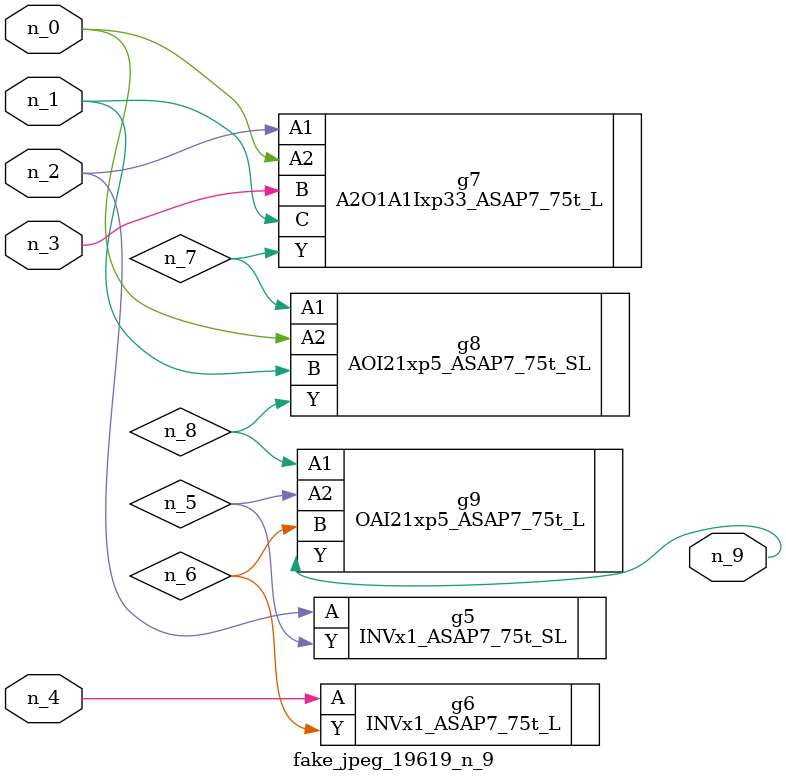
<source format=v>
module fake_jpeg_19619_n_9 (n_3, n_2, n_1, n_0, n_4, n_9);

input n_3;
input n_2;
input n_1;
input n_0;
input n_4;

output n_9;

wire n_8;
wire n_6;
wire n_5;
wire n_7;

INVx1_ASAP7_75t_SL g5 ( 
.A(n_2),
.Y(n_5)
);

INVx1_ASAP7_75t_L g6 ( 
.A(n_4),
.Y(n_6)
);

A2O1A1Ixp33_ASAP7_75t_L g7 ( 
.A1(n_2),
.A2(n_0),
.B(n_3),
.C(n_1),
.Y(n_7)
);

AOI21xp5_ASAP7_75t_SL g8 ( 
.A1(n_7),
.A2(n_0),
.B(n_1),
.Y(n_8)
);

OAI21xp5_ASAP7_75t_L g9 ( 
.A1(n_8),
.A2(n_5),
.B(n_6),
.Y(n_9)
);


endmodule
</source>
